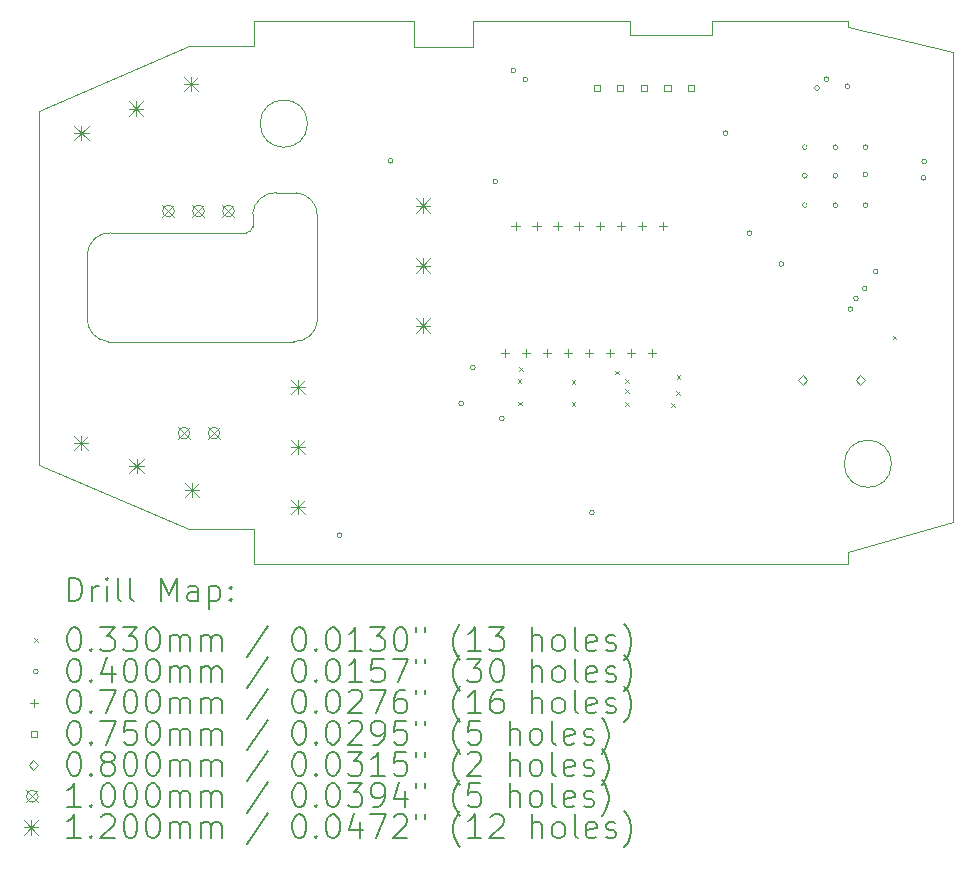
<source format=gbr>
%FSLAX45Y45*%
G04 Gerber Fmt 4.5, Leading zero omitted, Abs format (unit mm)*
G04 Created by KiCad (PCBNEW (5.99.0-8445-ge10025db64)) date 2022-07-11 22:43:38*
%MOMM*%
%LPD*%
G01*
G04 APERTURE LIST*
%TA.AperFunction,Profile*%
%ADD10C,0.100000*%
%TD*%
%ADD11C,0.200000*%
%ADD12C,0.033000*%
%ADD13C,0.040000*%
%ADD14C,0.070000*%
%ADD15C,0.075000*%
%ADD16C,0.080000*%
%ADD17C,0.100000*%
%ADD18C,0.120000*%
G04 APERTURE END LIST*
D10*
X5035618Y-13770000D02*
G75*
G03*
X4835000Y-13949752I-5434J-195765D01*
G01*
X8725000Y-12315000D02*
X9875000Y-12315000D01*
X6705000Y-12315000D02*
X8035000Y-12315000D01*
X4845000Y-12525000D02*
X4295000Y-12525000D01*
X4835000Y-14060000D02*
X4835000Y-13949752D01*
X9875000Y-16815000D02*
X10765000Y-16555000D01*
X5185495Y-15030000D02*
G75*
G03*
X5385000Y-14850000I8168J191509D01*
G01*
X3635000Y-14110000D02*
G75*
G03*
X3435000Y-14290000I-9528J-190525D01*
G01*
X4845000Y-12315000D02*
X6205000Y-12315000D01*
X8725000Y-12315000D02*
X8725000Y-12435000D01*
X4780000Y-14110000D02*
G75*
G03*
X4835000Y-14060000I1747J53328D01*
G01*
X4845000Y-16915000D02*
X4845000Y-16615000D01*
X4295000Y-12525000D02*
X3025000Y-13075000D01*
X9875000Y-12315000D02*
X9875000Y-12365000D01*
X8035000Y-12315000D02*
X8035000Y-12435000D01*
X9875000Y-16915000D02*
X9875000Y-16815000D01*
X3435000Y-14830495D02*
G75*
G03*
X3614451Y-15030000I190881J-8766D01*
G01*
X8035000Y-12435000D02*
X8725000Y-12435000D01*
X6205000Y-12535000D02*
X6705000Y-12535000D01*
X3635000Y-14110000D02*
X4780000Y-14110000D01*
X4845000Y-16615000D02*
X4295000Y-16615000D01*
X3435000Y-14830494D02*
X3435000Y-14290000D01*
X10765000Y-12575000D02*
X10765000Y-16555000D01*
X9875000Y-16915000D02*
X4845000Y-16915000D01*
X6705000Y-12315000D02*
X6705000Y-12535000D01*
X4295000Y-16615000D02*
X3025000Y-16075000D01*
X5385000Y-14850000D02*
X5385000Y-13970618D01*
X10245000Y-16065000D02*
G75*
G03*
X10245000Y-16065000I-200000J0D01*
G01*
X5385000Y-13970618D02*
G75*
G03*
X5205248Y-13770000I-196322J4935D01*
G01*
X3025000Y-16075000D02*
X3025000Y-13075000D01*
X5300000Y-13185000D02*
G75*
G03*
X5300000Y-13185000I-200000J0D01*
G01*
X6205000Y-12315000D02*
X6205000Y-12535000D01*
X4845000Y-12315000D02*
X4845000Y-12525000D01*
X9875000Y-12365000D02*
X10765000Y-12575000D01*
X5035619Y-13770000D02*
X5205248Y-13770000D01*
X5185494Y-15030000D02*
X3614451Y-15030000D01*
D11*
D12*
X7078900Y-15348500D02*
X7111900Y-15381500D01*
X7111900Y-15348500D02*
X7078900Y-15381500D01*
X7079500Y-15538500D02*
X7112500Y-15571500D01*
X7112500Y-15538500D02*
X7079500Y-15571500D01*
X7092500Y-15246500D02*
X7125500Y-15279500D01*
X7125500Y-15246500D02*
X7092500Y-15279500D01*
X7536100Y-15540500D02*
X7569100Y-15573500D01*
X7569100Y-15540500D02*
X7536100Y-15573500D01*
X7536500Y-15354500D02*
X7569500Y-15387500D01*
X7569500Y-15354500D02*
X7536500Y-15387500D01*
X7905500Y-15275500D02*
X7938500Y-15308500D01*
X7938500Y-15275500D02*
X7905500Y-15308500D01*
X7988500Y-15433500D02*
X8021500Y-15466500D01*
X8021500Y-15433500D02*
X7988500Y-15466500D01*
X7988500Y-15543500D02*
X8021500Y-15576500D01*
X8021500Y-15543500D02*
X7988500Y-15576500D01*
X7991500Y-15346500D02*
X8024500Y-15379500D01*
X8024500Y-15346500D02*
X7991500Y-15379500D01*
X8381500Y-15549500D02*
X8414500Y-15582500D01*
X8414500Y-15549500D02*
X8381500Y-15582500D01*
X8418500Y-15446500D02*
X8451500Y-15479500D01*
X8451500Y-15446500D02*
X8418500Y-15479500D01*
X8425500Y-15310500D02*
X8458500Y-15343500D01*
X8458500Y-15310500D02*
X8425500Y-15343500D01*
X10253900Y-14979500D02*
X10286900Y-15012500D01*
X10286900Y-14979500D02*
X10253900Y-15012500D01*
D13*
X5592000Y-16669000D02*
G75*
G03*
X5592000Y-16669000I-20000J0D01*
G01*
X6023000Y-13501000D02*
G75*
G03*
X6023000Y-13501000I-20000J0D01*
G01*
X6623000Y-15555000D02*
G75*
G03*
X6623000Y-15555000I-20000J0D01*
G01*
X6719000Y-15250000D02*
G75*
G03*
X6719000Y-15250000I-20000J0D01*
G01*
X6912200Y-13675200D02*
G75*
G03*
X6912200Y-13675200I-20000J0D01*
G01*
X6965000Y-15681000D02*
G75*
G03*
X6965000Y-15681000I-20000J0D01*
G01*
X7064600Y-12735400D02*
G75*
G03*
X7064600Y-12735400I-20000J0D01*
G01*
X7166200Y-12811600D02*
G75*
G03*
X7166200Y-12811600I-20000J0D01*
G01*
X7729000Y-16479000D02*
G75*
G03*
X7729000Y-16479000I-20000J0D01*
G01*
X8860000Y-13265000D02*
G75*
G03*
X8860000Y-13265000I-20000J0D01*
G01*
X9062000Y-14113000D02*
G75*
G03*
X9062000Y-14113000I-20000J0D01*
G01*
X9332000Y-14373500D02*
G75*
G03*
X9332000Y-14373500I-20000J0D01*
G01*
X9531000Y-13384000D02*
G75*
G03*
X9531000Y-13384000I-20000J0D01*
G01*
X9531000Y-13627000D02*
G75*
G03*
X9531000Y-13627000I-20000J0D01*
G01*
X9531000Y-13875000D02*
G75*
G03*
X9531000Y-13875000I-20000J0D01*
G01*
X9635000Y-12883000D02*
G75*
G03*
X9635000Y-12883000I-20000J0D01*
G01*
X9716000Y-12809000D02*
G75*
G03*
X9716000Y-12809000I-20000J0D01*
G01*
X9789000Y-13384000D02*
G75*
G03*
X9789000Y-13384000I-20000J0D01*
G01*
X9789000Y-13627000D02*
G75*
G03*
X9789000Y-13627000I-20000J0D01*
G01*
X9789000Y-13875000D02*
G75*
G03*
X9789000Y-13875000I-20000J0D01*
G01*
X9891000Y-12869000D02*
G75*
G03*
X9891000Y-12869000I-20000J0D01*
G01*
X9917000Y-14755000D02*
G75*
G03*
X9917000Y-14755000I-20000J0D01*
G01*
X9964000Y-14664000D02*
G75*
G03*
X9964000Y-14664000I-20000J0D01*
G01*
X10037000Y-14581000D02*
G75*
G03*
X10037000Y-14581000I-20000J0D01*
G01*
X10044000Y-13384000D02*
G75*
G03*
X10044000Y-13384000I-20000J0D01*
G01*
X10044000Y-13617000D02*
G75*
G03*
X10044000Y-13617000I-20000J0D01*
G01*
X10044000Y-13875000D02*
G75*
G03*
X10044000Y-13875000I-20000J0D01*
G01*
X10130000Y-14437000D02*
G75*
G03*
X10130000Y-14437000I-20000J0D01*
G01*
X10537000Y-13643500D02*
G75*
G03*
X10537000Y-13643500I-20000J0D01*
G01*
X10542000Y-13506000D02*
G75*
G03*
X10542000Y-13506000I-20000J0D01*
G01*
D14*
X6973000Y-15090000D02*
X6973000Y-15160000D01*
X6938000Y-15125000D02*
X7008000Y-15125000D01*
X7062000Y-14020000D02*
X7062000Y-14090000D01*
X7027000Y-14055000D02*
X7097000Y-14055000D01*
X7151000Y-15090000D02*
X7151000Y-15160000D01*
X7116000Y-15125000D02*
X7186000Y-15125000D01*
X7240000Y-14020000D02*
X7240000Y-14090000D01*
X7205000Y-14055000D02*
X7275000Y-14055000D01*
X7329000Y-15090000D02*
X7329000Y-15160000D01*
X7294000Y-15125000D02*
X7364000Y-15125000D01*
X7418000Y-14020000D02*
X7418000Y-14090000D01*
X7383000Y-14055000D02*
X7453000Y-14055000D01*
X7507000Y-15090000D02*
X7507000Y-15160000D01*
X7472000Y-15125000D02*
X7542000Y-15125000D01*
X7596000Y-14020000D02*
X7596000Y-14090000D01*
X7561000Y-14055000D02*
X7631000Y-14055000D01*
X7685000Y-15090000D02*
X7685000Y-15160000D01*
X7650000Y-15125000D02*
X7720000Y-15125000D01*
X7774000Y-14020000D02*
X7774000Y-14090000D01*
X7739000Y-14055000D02*
X7809000Y-14055000D01*
X7863000Y-15090000D02*
X7863000Y-15160000D01*
X7828000Y-15125000D02*
X7898000Y-15125000D01*
X7952000Y-14020000D02*
X7952000Y-14090000D01*
X7917000Y-14055000D02*
X7987000Y-14055000D01*
X8041000Y-15090000D02*
X8041000Y-15160000D01*
X8006000Y-15125000D02*
X8076000Y-15125000D01*
X8130000Y-14020000D02*
X8130000Y-14090000D01*
X8095000Y-14055000D02*
X8165000Y-14055000D01*
X8219000Y-15090000D02*
X8219000Y-15160000D01*
X8184000Y-15125000D02*
X8254000Y-15125000D01*
X8308000Y-14020000D02*
X8308000Y-14090000D01*
X8273000Y-14055000D02*
X8343000Y-14055000D01*
D15*
X7775517Y-12910517D02*
X7775517Y-12857483D01*
X7722483Y-12857483D01*
X7722483Y-12910517D01*
X7775517Y-12910517D01*
X7975517Y-12910517D02*
X7975517Y-12857483D01*
X7922483Y-12857483D01*
X7922483Y-12910517D01*
X7975517Y-12910517D01*
X8175517Y-12910517D02*
X8175517Y-12857483D01*
X8122483Y-12857483D01*
X8122483Y-12910517D01*
X8175517Y-12910517D01*
X8375517Y-12910517D02*
X8375517Y-12857483D01*
X8322483Y-12857483D01*
X8322483Y-12910517D01*
X8375517Y-12910517D01*
X8575517Y-12910517D02*
X8575517Y-12857483D01*
X8522483Y-12857483D01*
X8522483Y-12910517D01*
X8575517Y-12910517D01*
D16*
X9493158Y-15394491D02*
X9533158Y-15354491D01*
X9493158Y-15314491D01*
X9453158Y-15354491D01*
X9493158Y-15394491D01*
X9981158Y-15394491D02*
X10021158Y-15354491D01*
X9981158Y-15314491D01*
X9941158Y-15354491D01*
X9981158Y-15394491D01*
D17*
X4072500Y-13874500D02*
X4172500Y-13974500D01*
X4172500Y-13874500D02*
X4072500Y-13974500D01*
X4172500Y-13924500D02*
G75*
G03*
X4172500Y-13924500I-50000J0D01*
G01*
X4205000Y-15755000D02*
X4305000Y-15855000D01*
X4305000Y-15755000D02*
X4205000Y-15855000D01*
X4305000Y-15805000D02*
G75*
G03*
X4305000Y-15805000I-50000J0D01*
G01*
X4326500Y-13874500D02*
X4426500Y-13974500D01*
X4426500Y-13874500D02*
X4326500Y-13974500D01*
X4426500Y-13924500D02*
G75*
G03*
X4426500Y-13924500I-50000J0D01*
G01*
X4459000Y-15755000D02*
X4559000Y-15855000D01*
X4559000Y-15755000D02*
X4459000Y-15855000D01*
X4559000Y-15805000D02*
G75*
G03*
X4559000Y-15805000I-50000J0D01*
G01*
X4580500Y-13874500D02*
X4680500Y-13974500D01*
X4680500Y-13874500D02*
X4580500Y-13974500D01*
X4680500Y-13924500D02*
G75*
G03*
X4680500Y-13924500I-50000J0D01*
G01*
D18*
X3325383Y-15828009D02*
X3445383Y-15948009D01*
X3445383Y-15828009D02*
X3325383Y-15948009D01*
X3385383Y-15828009D02*
X3385383Y-15948009D01*
X3325383Y-15888009D02*
X3445383Y-15888009D01*
X3326919Y-13204122D02*
X3446919Y-13324122D01*
X3446919Y-13204122D02*
X3326919Y-13324122D01*
X3386919Y-13204122D02*
X3386919Y-13324122D01*
X3326919Y-13264122D02*
X3446919Y-13264122D01*
X3791000Y-12997500D02*
X3911000Y-13117500D01*
X3911000Y-12997500D02*
X3791000Y-13117500D01*
X3851000Y-12997500D02*
X3851000Y-13117500D01*
X3791000Y-13057500D02*
X3911000Y-13057500D01*
X3793000Y-16026500D02*
X3913000Y-16146500D01*
X3913000Y-16026500D02*
X3793000Y-16146500D01*
X3853000Y-16026500D02*
X3853000Y-16146500D01*
X3793000Y-16086500D02*
X3913000Y-16086500D01*
X4255081Y-12790878D02*
X4375081Y-12910878D01*
X4375081Y-12790878D02*
X4255081Y-12910878D01*
X4315081Y-12790878D02*
X4315081Y-12910878D01*
X4255081Y-12850878D02*
X4375081Y-12850878D01*
X4260617Y-16224991D02*
X4380617Y-16344991D01*
X4380617Y-16224991D02*
X4260617Y-16344991D01*
X4320617Y-16224991D02*
X4320617Y-16344991D01*
X4260617Y-16284991D02*
X4380617Y-16284991D01*
X5160000Y-15355000D02*
X5280000Y-15475000D01*
X5280000Y-15355000D02*
X5160000Y-15475000D01*
X5220000Y-15355000D02*
X5220000Y-15475000D01*
X5160000Y-15415000D02*
X5280000Y-15415000D01*
X5160000Y-15863000D02*
X5280000Y-15983000D01*
X5280000Y-15863000D02*
X5160000Y-15983000D01*
X5220000Y-15863000D02*
X5220000Y-15983000D01*
X5160000Y-15923000D02*
X5280000Y-15923000D01*
X5160000Y-16371000D02*
X5280000Y-16491000D01*
X5280000Y-16371000D02*
X5160000Y-16491000D01*
X5220000Y-16371000D02*
X5220000Y-16491000D01*
X5160000Y-16431000D02*
X5280000Y-16431000D01*
X6215000Y-13818500D02*
X6335000Y-13938500D01*
X6335000Y-13818500D02*
X6215000Y-13938500D01*
X6275000Y-13818500D02*
X6275000Y-13938500D01*
X6215000Y-13878500D02*
X6335000Y-13878500D01*
X6215000Y-14326500D02*
X6335000Y-14446500D01*
X6335000Y-14326500D02*
X6215000Y-14446500D01*
X6275000Y-14326500D02*
X6275000Y-14446500D01*
X6215000Y-14386500D02*
X6335000Y-14386500D01*
X6215000Y-14834500D02*
X6335000Y-14954500D01*
X6335000Y-14834500D02*
X6215000Y-14954500D01*
X6275000Y-14834500D02*
X6275000Y-14954500D01*
X6215000Y-14894500D02*
X6335000Y-14894500D01*
D11*
X3277619Y-17230476D02*
X3277619Y-17030476D01*
X3325238Y-17030476D01*
X3353809Y-17040000D01*
X3372857Y-17059048D01*
X3382381Y-17078095D01*
X3391905Y-17116190D01*
X3391905Y-17144762D01*
X3382381Y-17182857D01*
X3372857Y-17201905D01*
X3353809Y-17220952D01*
X3325238Y-17230476D01*
X3277619Y-17230476D01*
X3477619Y-17230476D02*
X3477619Y-17097143D01*
X3477619Y-17135238D02*
X3487143Y-17116190D01*
X3496667Y-17106667D01*
X3515714Y-17097143D01*
X3534762Y-17097143D01*
X3601428Y-17230476D02*
X3601428Y-17097143D01*
X3601428Y-17030476D02*
X3591905Y-17040000D01*
X3601428Y-17049524D01*
X3610952Y-17040000D01*
X3601428Y-17030476D01*
X3601428Y-17049524D01*
X3725238Y-17230476D02*
X3706190Y-17220952D01*
X3696667Y-17201905D01*
X3696667Y-17030476D01*
X3830000Y-17230476D02*
X3810952Y-17220952D01*
X3801428Y-17201905D01*
X3801428Y-17030476D01*
X4058571Y-17230476D02*
X4058571Y-17030476D01*
X4125238Y-17173333D01*
X4191905Y-17030476D01*
X4191905Y-17230476D01*
X4372857Y-17230476D02*
X4372857Y-17125714D01*
X4363333Y-17106667D01*
X4344286Y-17097143D01*
X4306190Y-17097143D01*
X4287143Y-17106667D01*
X4372857Y-17220952D02*
X4353810Y-17230476D01*
X4306190Y-17230476D01*
X4287143Y-17220952D01*
X4277619Y-17201905D01*
X4277619Y-17182857D01*
X4287143Y-17163810D01*
X4306190Y-17154286D01*
X4353810Y-17154286D01*
X4372857Y-17144762D01*
X4468095Y-17097143D02*
X4468095Y-17297143D01*
X4468095Y-17106667D02*
X4487143Y-17097143D01*
X4525238Y-17097143D01*
X4544286Y-17106667D01*
X4553810Y-17116190D01*
X4563333Y-17135238D01*
X4563333Y-17192381D01*
X4553810Y-17211429D01*
X4544286Y-17220952D01*
X4525238Y-17230476D01*
X4487143Y-17230476D01*
X4468095Y-17220952D01*
X4649048Y-17211429D02*
X4658571Y-17220952D01*
X4649048Y-17230476D01*
X4639524Y-17220952D01*
X4649048Y-17211429D01*
X4649048Y-17230476D01*
X4649048Y-17106667D02*
X4658571Y-17116190D01*
X4649048Y-17125714D01*
X4639524Y-17116190D01*
X4649048Y-17106667D01*
X4649048Y-17125714D01*
D12*
X2987000Y-17543500D02*
X3020000Y-17576500D01*
X3020000Y-17543500D02*
X2987000Y-17576500D01*
D11*
X3315714Y-17450476D02*
X3334762Y-17450476D01*
X3353809Y-17460000D01*
X3363333Y-17469524D01*
X3372857Y-17488571D01*
X3382381Y-17526667D01*
X3382381Y-17574286D01*
X3372857Y-17612381D01*
X3363333Y-17631429D01*
X3353809Y-17640952D01*
X3334762Y-17650476D01*
X3315714Y-17650476D01*
X3296667Y-17640952D01*
X3287143Y-17631429D01*
X3277619Y-17612381D01*
X3268095Y-17574286D01*
X3268095Y-17526667D01*
X3277619Y-17488571D01*
X3287143Y-17469524D01*
X3296667Y-17460000D01*
X3315714Y-17450476D01*
X3468095Y-17631429D02*
X3477619Y-17640952D01*
X3468095Y-17650476D01*
X3458571Y-17640952D01*
X3468095Y-17631429D01*
X3468095Y-17650476D01*
X3544286Y-17450476D02*
X3668095Y-17450476D01*
X3601428Y-17526667D01*
X3630000Y-17526667D01*
X3649048Y-17536190D01*
X3658571Y-17545714D01*
X3668095Y-17564762D01*
X3668095Y-17612381D01*
X3658571Y-17631429D01*
X3649048Y-17640952D01*
X3630000Y-17650476D01*
X3572857Y-17650476D01*
X3553809Y-17640952D01*
X3544286Y-17631429D01*
X3734762Y-17450476D02*
X3858571Y-17450476D01*
X3791905Y-17526667D01*
X3820476Y-17526667D01*
X3839524Y-17536190D01*
X3849048Y-17545714D01*
X3858571Y-17564762D01*
X3858571Y-17612381D01*
X3849048Y-17631429D01*
X3839524Y-17640952D01*
X3820476Y-17650476D01*
X3763333Y-17650476D01*
X3744286Y-17640952D01*
X3734762Y-17631429D01*
X3982381Y-17450476D02*
X4001428Y-17450476D01*
X4020476Y-17460000D01*
X4030000Y-17469524D01*
X4039524Y-17488571D01*
X4049048Y-17526667D01*
X4049048Y-17574286D01*
X4039524Y-17612381D01*
X4030000Y-17631429D01*
X4020476Y-17640952D01*
X4001428Y-17650476D01*
X3982381Y-17650476D01*
X3963333Y-17640952D01*
X3953809Y-17631429D01*
X3944286Y-17612381D01*
X3934762Y-17574286D01*
X3934762Y-17526667D01*
X3944286Y-17488571D01*
X3953809Y-17469524D01*
X3963333Y-17460000D01*
X3982381Y-17450476D01*
X4134762Y-17650476D02*
X4134762Y-17517143D01*
X4134762Y-17536190D02*
X4144286Y-17526667D01*
X4163333Y-17517143D01*
X4191905Y-17517143D01*
X4210952Y-17526667D01*
X4220476Y-17545714D01*
X4220476Y-17650476D01*
X4220476Y-17545714D02*
X4230000Y-17526667D01*
X4249048Y-17517143D01*
X4277619Y-17517143D01*
X4296667Y-17526667D01*
X4306190Y-17545714D01*
X4306190Y-17650476D01*
X4401429Y-17650476D02*
X4401429Y-17517143D01*
X4401429Y-17536190D02*
X4410952Y-17526667D01*
X4430000Y-17517143D01*
X4458571Y-17517143D01*
X4477619Y-17526667D01*
X4487143Y-17545714D01*
X4487143Y-17650476D01*
X4487143Y-17545714D02*
X4496667Y-17526667D01*
X4515714Y-17517143D01*
X4544286Y-17517143D01*
X4563333Y-17526667D01*
X4572857Y-17545714D01*
X4572857Y-17650476D01*
X4963333Y-17440952D02*
X4791905Y-17698095D01*
X5220476Y-17450476D02*
X5239524Y-17450476D01*
X5258571Y-17460000D01*
X5268095Y-17469524D01*
X5277619Y-17488571D01*
X5287143Y-17526667D01*
X5287143Y-17574286D01*
X5277619Y-17612381D01*
X5268095Y-17631429D01*
X5258571Y-17640952D01*
X5239524Y-17650476D01*
X5220476Y-17650476D01*
X5201429Y-17640952D01*
X5191905Y-17631429D01*
X5182381Y-17612381D01*
X5172857Y-17574286D01*
X5172857Y-17526667D01*
X5182381Y-17488571D01*
X5191905Y-17469524D01*
X5201429Y-17460000D01*
X5220476Y-17450476D01*
X5372857Y-17631429D02*
X5382381Y-17640952D01*
X5372857Y-17650476D01*
X5363333Y-17640952D01*
X5372857Y-17631429D01*
X5372857Y-17650476D01*
X5506190Y-17450476D02*
X5525238Y-17450476D01*
X5544286Y-17460000D01*
X5553810Y-17469524D01*
X5563333Y-17488571D01*
X5572857Y-17526667D01*
X5572857Y-17574286D01*
X5563333Y-17612381D01*
X5553810Y-17631429D01*
X5544286Y-17640952D01*
X5525238Y-17650476D01*
X5506190Y-17650476D01*
X5487143Y-17640952D01*
X5477619Y-17631429D01*
X5468095Y-17612381D01*
X5458571Y-17574286D01*
X5458571Y-17526667D01*
X5468095Y-17488571D01*
X5477619Y-17469524D01*
X5487143Y-17460000D01*
X5506190Y-17450476D01*
X5763333Y-17650476D02*
X5649048Y-17650476D01*
X5706190Y-17650476D02*
X5706190Y-17450476D01*
X5687143Y-17479048D01*
X5668095Y-17498095D01*
X5649048Y-17507619D01*
X5830000Y-17450476D02*
X5953809Y-17450476D01*
X5887143Y-17526667D01*
X5915714Y-17526667D01*
X5934762Y-17536190D01*
X5944286Y-17545714D01*
X5953809Y-17564762D01*
X5953809Y-17612381D01*
X5944286Y-17631429D01*
X5934762Y-17640952D01*
X5915714Y-17650476D01*
X5858571Y-17650476D01*
X5839524Y-17640952D01*
X5830000Y-17631429D01*
X6077619Y-17450476D02*
X6096667Y-17450476D01*
X6115714Y-17460000D01*
X6125238Y-17469524D01*
X6134762Y-17488571D01*
X6144286Y-17526667D01*
X6144286Y-17574286D01*
X6134762Y-17612381D01*
X6125238Y-17631429D01*
X6115714Y-17640952D01*
X6096667Y-17650476D01*
X6077619Y-17650476D01*
X6058571Y-17640952D01*
X6049048Y-17631429D01*
X6039524Y-17612381D01*
X6030000Y-17574286D01*
X6030000Y-17526667D01*
X6039524Y-17488571D01*
X6049048Y-17469524D01*
X6058571Y-17460000D01*
X6077619Y-17450476D01*
X6220476Y-17450476D02*
X6220476Y-17488571D01*
X6296667Y-17450476D02*
X6296667Y-17488571D01*
X6591905Y-17726667D02*
X6582381Y-17717143D01*
X6563333Y-17688571D01*
X6553809Y-17669524D01*
X6544286Y-17640952D01*
X6534762Y-17593333D01*
X6534762Y-17555238D01*
X6544286Y-17507619D01*
X6553809Y-17479048D01*
X6563333Y-17460000D01*
X6582381Y-17431429D01*
X6591905Y-17421905D01*
X6772857Y-17650476D02*
X6658571Y-17650476D01*
X6715714Y-17650476D02*
X6715714Y-17450476D01*
X6696667Y-17479048D01*
X6677619Y-17498095D01*
X6658571Y-17507619D01*
X6839524Y-17450476D02*
X6963333Y-17450476D01*
X6896667Y-17526667D01*
X6925238Y-17526667D01*
X6944286Y-17536190D01*
X6953809Y-17545714D01*
X6963333Y-17564762D01*
X6963333Y-17612381D01*
X6953809Y-17631429D01*
X6944286Y-17640952D01*
X6925238Y-17650476D01*
X6868095Y-17650476D01*
X6849048Y-17640952D01*
X6839524Y-17631429D01*
X7201428Y-17650476D02*
X7201428Y-17450476D01*
X7287143Y-17650476D02*
X7287143Y-17545714D01*
X7277619Y-17526667D01*
X7258571Y-17517143D01*
X7230000Y-17517143D01*
X7210952Y-17526667D01*
X7201428Y-17536190D01*
X7410952Y-17650476D02*
X7391905Y-17640952D01*
X7382381Y-17631429D01*
X7372857Y-17612381D01*
X7372857Y-17555238D01*
X7382381Y-17536190D01*
X7391905Y-17526667D01*
X7410952Y-17517143D01*
X7439524Y-17517143D01*
X7458571Y-17526667D01*
X7468095Y-17536190D01*
X7477619Y-17555238D01*
X7477619Y-17612381D01*
X7468095Y-17631429D01*
X7458571Y-17640952D01*
X7439524Y-17650476D01*
X7410952Y-17650476D01*
X7591905Y-17650476D02*
X7572857Y-17640952D01*
X7563333Y-17621905D01*
X7563333Y-17450476D01*
X7744286Y-17640952D02*
X7725238Y-17650476D01*
X7687143Y-17650476D01*
X7668095Y-17640952D01*
X7658571Y-17621905D01*
X7658571Y-17545714D01*
X7668095Y-17526667D01*
X7687143Y-17517143D01*
X7725238Y-17517143D01*
X7744286Y-17526667D01*
X7753809Y-17545714D01*
X7753809Y-17564762D01*
X7658571Y-17583810D01*
X7830000Y-17640952D02*
X7849048Y-17650476D01*
X7887143Y-17650476D01*
X7906190Y-17640952D01*
X7915714Y-17621905D01*
X7915714Y-17612381D01*
X7906190Y-17593333D01*
X7887143Y-17583810D01*
X7858571Y-17583810D01*
X7839524Y-17574286D01*
X7830000Y-17555238D01*
X7830000Y-17545714D01*
X7839524Y-17526667D01*
X7858571Y-17517143D01*
X7887143Y-17517143D01*
X7906190Y-17526667D01*
X7982381Y-17726667D02*
X7991905Y-17717143D01*
X8010952Y-17688571D01*
X8020476Y-17669524D01*
X8030000Y-17640952D01*
X8039524Y-17593333D01*
X8039524Y-17555238D01*
X8030000Y-17507619D01*
X8020476Y-17479048D01*
X8010952Y-17460000D01*
X7991905Y-17431429D01*
X7982381Y-17421905D01*
D13*
X3020000Y-17824000D02*
G75*
G03*
X3020000Y-17824000I-20000J0D01*
G01*
D11*
X3315714Y-17714476D02*
X3334762Y-17714476D01*
X3353809Y-17724000D01*
X3363333Y-17733524D01*
X3372857Y-17752571D01*
X3382381Y-17790667D01*
X3382381Y-17838286D01*
X3372857Y-17876381D01*
X3363333Y-17895429D01*
X3353809Y-17904952D01*
X3334762Y-17914476D01*
X3315714Y-17914476D01*
X3296667Y-17904952D01*
X3287143Y-17895429D01*
X3277619Y-17876381D01*
X3268095Y-17838286D01*
X3268095Y-17790667D01*
X3277619Y-17752571D01*
X3287143Y-17733524D01*
X3296667Y-17724000D01*
X3315714Y-17714476D01*
X3468095Y-17895429D02*
X3477619Y-17904952D01*
X3468095Y-17914476D01*
X3458571Y-17904952D01*
X3468095Y-17895429D01*
X3468095Y-17914476D01*
X3649048Y-17781143D02*
X3649048Y-17914476D01*
X3601428Y-17704952D02*
X3553809Y-17847810D01*
X3677619Y-17847810D01*
X3791905Y-17714476D02*
X3810952Y-17714476D01*
X3830000Y-17724000D01*
X3839524Y-17733524D01*
X3849048Y-17752571D01*
X3858571Y-17790667D01*
X3858571Y-17838286D01*
X3849048Y-17876381D01*
X3839524Y-17895429D01*
X3830000Y-17904952D01*
X3810952Y-17914476D01*
X3791905Y-17914476D01*
X3772857Y-17904952D01*
X3763333Y-17895429D01*
X3753809Y-17876381D01*
X3744286Y-17838286D01*
X3744286Y-17790667D01*
X3753809Y-17752571D01*
X3763333Y-17733524D01*
X3772857Y-17724000D01*
X3791905Y-17714476D01*
X3982381Y-17714476D02*
X4001428Y-17714476D01*
X4020476Y-17724000D01*
X4030000Y-17733524D01*
X4039524Y-17752571D01*
X4049048Y-17790667D01*
X4049048Y-17838286D01*
X4039524Y-17876381D01*
X4030000Y-17895429D01*
X4020476Y-17904952D01*
X4001428Y-17914476D01*
X3982381Y-17914476D01*
X3963333Y-17904952D01*
X3953809Y-17895429D01*
X3944286Y-17876381D01*
X3934762Y-17838286D01*
X3934762Y-17790667D01*
X3944286Y-17752571D01*
X3953809Y-17733524D01*
X3963333Y-17724000D01*
X3982381Y-17714476D01*
X4134762Y-17914476D02*
X4134762Y-17781143D01*
X4134762Y-17800190D02*
X4144286Y-17790667D01*
X4163333Y-17781143D01*
X4191905Y-17781143D01*
X4210952Y-17790667D01*
X4220476Y-17809714D01*
X4220476Y-17914476D01*
X4220476Y-17809714D02*
X4230000Y-17790667D01*
X4249048Y-17781143D01*
X4277619Y-17781143D01*
X4296667Y-17790667D01*
X4306190Y-17809714D01*
X4306190Y-17914476D01*
X4401429Y-17914476D02*
X4401429Y-17781143D01*
X4401429Y-17800190D02*
X4410952Y-17790667D01*
X4430000Y-17781143D01*
X4458571Y-17781143D01*
X4477619Y-17790667D01*
X4487143Y-17809714D01*
X4487143Y-17914476D01*
X4487143Y-17809714D02*
X4496667Y-17790667D01*
X4515714Y-17781143D01*
X4544286Y-17781143D01*
X4563333Y-17790667D01*
X4572857Y-17809714D01*
X4572857Y-17914476D01*
X4963333Y-17704952D02*
X4791905Y-17962095D01*
X5220476Y-17714476D02*
X5239524Y-17714476D01*
X5258571Y-17724000D01*
X5268095Y-17733524D01*
X5277619Y-17752571D01*
X5287143Y-17790667D01*
X5287143Y-17838286D01*
X5277619Y-17876381D01*
X5268095Y-17895429D01*
X5258571Y-17904952D01*
X5239524Y-17914476D01*
X5220476Y-17914476D01*
X5201429Y-17904952D01*
X5191905Y-17895429D01*
X5182381Y-17876381D01*
X5172857Y-17838286D01*
X5172857Y-17790667D01*
X5182381Y-17752571D01*
X5191905Y-17733524D01*
X5201429Y-17724000D01*
X5220476Y-17714476D01*
X5372857Y-17895429D02*
X5382381Y-17904952D01*
X5372857Y-17914476D01*
X5363333Y-17904952D01*
X5372857Y-17895429D01*
X5372857Y-17914476D01*
X5506190Y-17714476D02*
X5525238Y-17714476D01*
X5544286Y-17724000D01*
X5553810Y-17733524D01*
X5563333Y-17752571D01*
X5572857Y-17790667D01*
X5572857Y-17838286D01*
X5563333Y-17876381D01*
X5553810Y-17895429D01*
X5544286Y-17904952D01*
X5525238Y-17914476D01*
X5506190Y-17914476D01*
X5487143Y-17904952D01*
X5477619Y-17895429D01*
X5468095Y-17876381D01*
X5458571Y-17838286D01*
X5458571Y-17790667D01*
X5468095Y-17752571D01*
X5477619Y-17733524D01*
X5487143Y-17724000D01*
X5506190Y-17714476D01*
X5763333Y-17914476D02*
X5649048Y-17914476D01*
X5706190Y-17914476D02*
X5706190Y-17714476D01*
X5687143Y-17743048D01*
X5668095Y-17762095D01*
X5649048Y-17771619D01*
X5944286Y-17714476D02*
X5849048Y-17714476D01*
X5839524Y-17809714D01*
X5849048Y-17800190D01*
X5868095Y-17790667D01*
X5915714Y-17790667D01*
X5934762Y-17800190D01*
X5944286Y-17809714D01*
X5953809Y-17828762D01*
X5953809Y-17876381D01*
X5944286Y-17895429D01*
X5934762Y-17904952D01*
X5915714Y-17914476D01*
X5868095Y-17914476D01*
X5849048Y-17904952D01*
X5839524Y-17895429D01*
X6020476Y-17714476D02*
X6153809Y-17714476D01*
X6068095Y-17914476D01*
X6220476Y-17714476D02*
X6220476Y-17752571D01*
X6296667Y-17714476D02*
X6296667Y-17752571D01*
X6591905Y-17990667D02*
X6582381Y-17981143D01*
X6563333Y-17952571D01*
X6553809Y-17933524D01*
X6544286Y-17904952D01*
X6534762Y-17857333D01*
X6534762Y-17819238D01*
X6544286Y-17771619D01*
X6553809Y-17743048D01*
X6563333Y-17724000D01*
X6582381Y-17695429D01*
X6591905Y-17685905D01*
X6649048Y-17714476D02*
X6772857Y-17714476D01*
X6706190Y-17790667D01*
X6734762Y-17790667D01*
X6753809Y-17800190D01*
X6763333Y-17809714D01*
X6772857Y-17828762D01*
X6772857Y-17876381D01*
X6763333Y-17895429D01*
X6753809Y-17904952D01*
X6734762Y-17914476D01*
X6677619Y-17914476D01*
X6658571Y-17904952D01*
X6649048Y-17895429D01*
X6896667Y-17714476D02*
X6915714Y-17714476D01*
X6934762Y-17724000D01*
X6944286Y-17733524D01*
X6953809Y-17752571D01*
X6963333Y-17790667D01*
X6963333Y-17838286D01*
X6953809Y-17876381D01*
X6944286Y-17895429D01*
X6934762Y-17904952D01*
X6915714Y-17914476D01*
X6896667Y-17914476D01*
X6877619Y-17904952D01*
X6868095Y-17895429D01*
X6858571Y-17876381D01*
X6849048Y-17838286D01*
X6849048Y-17790667D01*
X6858571Y-17752571D01*
X6868095Y-17733524D01*
X6877619Y-17724000D01*
X6896667Y-17714476D01*
X7201428Y-17914476D02*
X7201428Y-17714476D01*
X7287143Y-17914476D02*
X7287143Y-17809714D01*
X7277619Y-17790667D01*
X7258571Y-17781143D01*
X7230000Y-17781143D01*
X7210952Y-17790667D01*
X7201428Y-17800190D01*
X7410952Y-17914476D02*
X7391905Y-17904952D01*
X7382381Y-17895429D01*
X7372857Y-17876381D01*
X7372857Y-17819238D01*
X7382381Y-17800190D01*
X7391905Y-17790667D01*
X7410952Y-17781143D01*
X7439524Y-17781143D01*
X7458571Y-17790667D01*
X7468095Y-17800190D01*
X7477619Y-17819238D01*
X7477619Y-17876381D01*
X7468095Y-17895429D01*
X7458571Y-17904952D01*
X7439524Y-17914476D01*
X7410952Y-17914476D01*
X7591905Y-17914476D02*
X7572857Y-17904952D01*
X7563333Y-17885905D01*
X7563333Y-17714476D01*
X7744286Y-17904952D02*
X7725238Y-17914476D01*
X7687143Y-17914476D01*
X7668095Y-17904952D01*
X7658571Y-17885905D01*
X7658571Y-17809714D01*
X7668095Y-17790667D01*
X7687143Y-17781143D01*
X7725238Y-17781143D01*
X7744286Y-17790667D01*
X7753809Y-17809714D01*
X7753809Y-17828762D01*
X7658571Y-17847810D01*
X7830000Y-17904952D02*
X7849048Y-17914476D01*
X7887143Y-17914476D01*
X7906190Y-17904952D01*
X7915714Y-17885905D01*
X7915714Y-17876381D01*
X7906190Y-17857333D01*
X7887143Y-17847810D01*
X7858571Y-17847810D01*
X7839524Y-17838286D01*
X7830000Y-17819238D01*
X7830000Y-17809714D01*
X7839524Y-17790667D01*
X7858571Y-17781143D01*
X7887143Y-17781143D01*
X7906190Y-17790667D01*
X7982381Y-17990667D02*
X7991905Y-17981143D01*
X8010952Y-17952571D01*
X8020476Y-17933524D01*
X8030000Y-17904952D01*
X8039524Y-17857333D01*
X8039524Y-17819238D01*
X8030000Y-17771619D01*
X8020476Y-17743048D01*
X8010952Y-17724000D01*
X7991905Y-17695429D01*
X7982381Y-17685905D01*
D14*
X2985000Y-18053000D02*
X2985000Y-18123000D01*
X2950000Y-18088000D02*
X3020000Y-18088000D01*
D11*
X3315714Y-17978476D02*
X3334762Y-17978476D01*
X3353809Y-17988000D01*
X3363333Y-17997524D01*
X3372857Y-18016571D01*
X3382381Y-18054667D01*
X3382381Y-18102286D01*
X3372857Y-18140381D01*
X3363333Y-18159429D01*
X3353809Y-18168952D01*
X3334762Y-18178476D01*
X3315714Y-18178476D01*
X3296667Y-18168952D01*
X3287143Y-18159429D01*
X3277619Y-18140381D01*
X3268095Y-18102286D01*
X3268095Y-18054667D01*
X3277619Y-18016571D01*
X3287143Y-17997524D01*
X3296667Y-17988000D01*
X3315714Y-17978476D01*
X3468095Y-18159429D02*
X3477619Y-18168952D01*
X3468095Y-18178476D01*
X3458571Y-18168952D01*
X3468095Y-18159429D01*
X3468095Y-18178476D01*
X3544286Y-17978476D02*
X3677619Y-17978476D01*
X3591905Y-18178476D01*
X3791905Y-17978476D02*
X3810952Y-17978476D01*
X3830000Y-17988000D01*
X3839524Y-17997524D01*
X3849048Y-18016571D01*
X3858571Y-18054667D01*
X3858571Y-18102286D01*
X3849048Y-18140381D01*
X3839524Y-18159429D01*
X3830000Y-18168952D01*
X3810952Y-18178476D01*
X3791905Y-18178476D01*
X3772857Y-18168952D01*
X3763333Y-18159429D01*
X3753809Y-18140381D01*
X3744286Y-18102286D01*
X3744286Y-18054667D01*
X3753809Y-18016571D01*
X3763333Y-17997524D01*
X3772857Y-17988000D01*
X3791905Y-17978476D01*
X3982381Y-17978476D02*
X4001428Y-17978476D01*
X4020476Y-17988000D01*
X4030000Y-17997524D01*
X4039524Y-18016571D01*
X4049048Y-18054667D01*
X4049048Y-18102286D01*
X4039524Y-18140381D01*
X4030000Y-18159429D01*
X4020476Y-18168952D01*
X4001428Y-18178476D01*
X3982381Y-18178476D01*
X3963333Y-18168952D01*
X3953809Y-18159429D01*
X3944286Y-18140381D01*
X3934762Y-18102286D01*
X3934762Y-18054667D01*
X3944286Y-18016571D01*
X3953809Y-17997524D01*
X3963333Y-17988000D01*
X3982381Y-17978476D01*
X4134762Y-18178476D02*
X4134762Y-18045143D01*
X4134762Y-18064190D02*
X4144286Y-18054667D01*
X4163333Y-18045143D01*
X4191905Y-18045143D01*
X4210952Y-18054667D01*
X4220476Y-18073714D01*
X4220476Y-18178476D01*
X4220476Y-18073714D02*
X4230000Y-18054667D01*
X4249048Y-18045143D01*
X4277619Y-18045143D01*
X4296667Y-18054667D01*
X4306190Y-18073714D01*
X4306190Y-18178476D01*
X4401429Y-18178476D02*
X4401429Y-18045143D01*
X4401429Y-18064190D02*
X4410952Y-18054667D01*
X4430000Y-18045143D01*
X4458571Y-18045143D01*
X4477619Y-18054667D01*
X4487143Y-18073714D01*
X4487143Y-18178476D01*
X4487143Y-18073714D02*
X4496667Y-18054667D01*
X4515714Y-18045143D01*
X4544286Y-18045143D01*
X4563333Y-18054667D01*
X4572857Y-18073714D01*
X4572857Y-18178476D01*
X4963333Y-17968952D02*
X4791905Y-18226095D01*
X5220476Y-17978476D02*
X5239524Y-17978476D01*
X5258571Y-17988000D01*
X5268095Y-17997524D01*
X5277619Y-18016571D01*
X5287143Y-18054667D01*
X5287143Y-18102286D01*
X5277619Y-18140381D01*
X5268095Y-18159429D01*
X5258571Y-18168952D01*
X5239524Y-18178476D01*
X5220476Y-18178476D01*
X5201429Y-18168952D01*
X5191905Y-18159429D01*
X5182381Y-18140381D01*
X5172857Y-18102286D01*
X5172857Y-18054667D01*
X5182381Y-18016571D01*
X5191905Y-17997524D01*
X5201429Y-17988000D01*
X5220476Y-17978476D01*
X5372857Y-18159429D02*
X5382381Y-18168952D01*
X5372857Y-18178476D01*
X5363333Y-18168952D01*
X5372857Y-18159429D01*
X5372857Y-18178476D01*
X5506190Y-17978476D02*
X5525238Y-17978476D01*
X5544286Y-17988000D01*
X5553810Y-17997524D01*
X5563333Y-18016571D01*
X5572857Y-18054667D01*
X5572857Y-18102286D01*
X5563333Y-18140381D01*
X5553810Y-18159429D01*
X5544286Y-18168952D01*
X5525238Y-18178476D01*
X5506190Y-18178476D01*
X5487143Y-18168952D01*
X5477619Y-18159429D01*
X5468095Y-18140381D01*
X5458571Y-18102286D01*
X5458571Y-18054667D01*
X5468095Y-18016571D01*
X5477619Y-17997524D01*
X5487143Y-17988000D01*
X5506190Y-17978476D01*
X5649048Y-17997524D02*
X5658571Y-17988000D01*
X5677619Y-17978476D01*
X5725238Y-17978476D01*
X5744286Y-17988000D01*
X5753809Y-17997524D01*
X5763333Y-18016571D01*
X5763333Y-18035619D01*
X5753809Y-18064190D01*
X5639524Y-18178476D01*
X5763333Y-18178476D01*
X5830000Y-17978476D02*
X5963333Y-17978476D01*
X5877619Y-18178476D01*
X6125238Y-17978476D02*
X6087143Y-17978476D01*
X6068095Y-17988000D01*
X6058571Y-17997524D01*
X6039524Y-18026095D01*
X6030000Y-18064190D01*
X6030000Y-18140381D01*
X6039524Y-18159429D01*
X6049048Y-18168952D01*
X6068095Y-18178476D01*
X6106190Y-18178476D01*
X6125238Y-18168952D01*
X6134762Y-18159429D01*
X6144286Y-18140381D01*
X6144286Y-18092762D01*
X6134762Y-18073714D01*
X6125238Y-18064190D01*
X6106190Y-18054667D01*
X6068095Y-18054667D01*
X6049048Y-18064190D01*
X6039524Y-18073714D01*
X6030000Y-18092762D01*
X6220476Y-17978476D02*
X6220476Y-18016571D01*
X6296667Y-17978476D02*
X6296667Y-18016571D01*
X6591905Y-18254667D02*
X6582381Y-18245143D01*
X6563333Y-18216571D01*
X6553809Y-18197524D01*
X6544286Y-18168952D01*
X6534762Y-18121333D01*
X6534762Y-18083238D01*
X6544286Y-18035619D01*
X6553809Y-18007048D01*
X6563333Y-17988000D01*
X6582381Y-17959429D01*
X6591905Y-17949905D01*
X6772857Y-18178476D02*
X6658571Y-18178476D01*
X6715714Y-18178476D02*
X6715714Y-17978476D01*
X6696667Y-18007048D01*
X6677619Y-18026095D01*
X6658571Y-18035619D01*
X6944286Y-17978476D02*
X6906190Y-17978476D01*
X6887143Y-17988000D01*
X6877619Y-17997524D01*
X6858571Y-18026095D01*
X6849048Y-18064190D01*
X6849048Y-18140381D01*
X6858571Y-18159429D01*
X6868095Y-18168952D01*
X6887143Y-18178476D01*
X6925238Y-18178476D01*
X6944286Y-18168952D01*
X6953809Y-18159429D01*
X6963333Y-18140381D01*
X6963333Y-18092762D01*
X6953809Y-18073714D01*
X6944286Y-18064190D01*
X6925238Y-18054667D01*
X6887143Y-18054667D01*
X6868095Y-18064190D01*
X6858571Y-18073714D01*
X6849048Y-18092762D01*
X7201428Y-18178476D02*
X7201428Y-17978476D01*
X7287143Y-18178476D02*
X7287143Y-18073714D01*
X7277619Y-18054667D01*
X7258571Y-18045143D01*
X7230000Y-18045143D01*
X7210952Y-18054667D01*
X7201428Y-18064190D01*
X7410952Y-18178476D02*
X7391905Y-18168952D01*
X7382381Y-18159429D01*
X7372857Y-18140381D01*
X7372857Y-18083238D01*
X7382381Y-18064190D01*
X7391905Y-18054667D01*
X7410952Y-18045143D01*
X7439524Y-18045143D01*
X7458571Y-18054667D01*
X7468095Y-18064190D01*
X7477619Y-18083238D01*
X7477619Y-18140381D01*
X7468095Y-18159429D01*
X7458571Y-18168952D01*
X7439524Y-18178476D01*
X7410952Y-18178476D01*
X7591905Y-18178476D02*
X7572857Y-18168952D01*
X7563333Y-18149905D01*
X7563333Y-17978476D01*
X7744286Y-18168952D02*
X7725238Y-18178476D01*
X7687143Y-18178476D01*
X7668095Y-18168952D01*
X7658571Y-18149905D01*
X7658571Y-18073714D01*
X7668095Y-18054667D01*
X7687143Y-18045143D01*
X7725238Y-18045143D01*
X7744286Y-18054667D01*
X7753809Y-18073714D01*
X7753809Y-18092762D01*
X7658571Y-18111810D01*
X7830000Y-18168952D02*
X7849048Y-18178476D01*
X7887143Y-18178476D01*
X7906190Y-18168952D01*
X7915714Y-18149905D01*
X7915714Y-18140381D01*
X7906190Y-18121333D01*
X7887143Y-18111810D01*
X7858571Y-18111810D01*
X7839524Y-18102286D01*
X7830000Y-18083238D01*
X7830000Y-18073714D01*
X7839524Y-18054667D01*
X7858571Y-18045143D01*
X7887143Y-18045143D01*
X7906190Y-18054667D01*
X7982381Y-18254667D02*
X7991905Y-18245143D01*
X8010952Y-18216571D01*
X8020476Y-18197524D01*
X8030000Y-18168952D01*
X8039524Y-18121333D01*
X8039524Y-18083238D01*
X8030000Y-18035619D01*
X8020476Y-18007048D01*
X8010952Y-17988000D01*
X7991905Y-17959429D01*
X7982381Y-17949905D01*
D15*
X3009017Y-18378517D02*
X3009017Y-18325483D01*
X2955983Y-18325483D01*
X2955983Y-18378517D01*
X3009017Y-18378517D01*
D11*
X3315714Y-18242476D02*
X3334762Y-18242476D01*
X3353809Y-18252000D01*
X3363333Y-18261524D01*
X3372857Y-18280571D01*
X3382381Y-18318667D01*
X3382381Y-18366286D01*
X3372857Y-18404381D01*
X3363333Y-18423429D01*
X3353809Y-18432952D01*
X3334762Y-18442476D01*
X3315714Y-18442476D01*
X3296667Y-18432952D01*
X3287143Y-18423429D01*
X3277619Y-18404381D01*
X3268095Y-18366286D01*
X3268095Y-18318667D01*
X3277619Y-18280571D01*
X3287143Y-18261524D01*
X3296667Y-18252000D01*
X3315714Y-18242476D01*
X3468095Y-18423429D02*
X3477619Y-18432952D01*
X3468095Y-18442476D01*
X3458571Y-18432952D01*
X3468095Y-18423429D01*
X3468095Y-18442476D01*
X3544286Y-18242476D02*
X3677619Y-18242476D01*
X3591905Y-18442476D01*
X3849048Y-18242476D02*
X3753809Y-18242476D01*
X3744286Y-18337714D01*
X3753809Y-18328190D01*
X3772857Y-18318667D01*
X3820476Y-18318667D01*
X3839524Y-18328190D01*
X3849048Y-18337714D01*
X3858571Y-18356762D01*
X3858571Y-18404381D01*
X3849048Y-18423429D01*
X3839524Y-18432952D01*
X3820476Y-18442476D01*
X3772857Y-18442476D01*
X3753809Y-18432952D01*
X3744286Y-18423429D01*
X3982381Y-18242476D02*
X4001428Y-18242476D01*
X4020476Y-18252000D01*
X4030000Y-18261524D01*
X4039524Y-18280571D01*
X4049048Y-18318667D01*
X4049048Y-18366286D01*
X4039524Y-18404381D01*
X4030000Y-18423429D01*
X4020476Y-18432952D01*
X4001428Y-18442476D01*
X3982381Y-18442476D01*
X3963333Y-18432952D01*
X3953809Y-18423429D01*
X3944286Y-18404381D01*
X3934762Y-18366286D01*
X3934762Y-18318667D01*
X3944286Y-18280571D01*
X3953809Y-18261524D01*
X3963333Y-18252000D01*
X3982381Y-18242476D01*
X4134762Y-18442476D02*
X4134762Y-18309143D01*
X4134762Y-18328190D02*
X4144286Y-18318667D01*
X4163333Y-18309143D01*
X4191905Y-18309143D01*
X4210952Y-18318667D01*
X4220476Y-18337714D01*
X4220476Y-18442476D01*
X4220476Y-18337714D02*
X4230000Y-18318667D01*
X4249048Y-18309143D01*
X4277619Y-18309143D01*
X4296667Y-18318667D01*
X4306190Y-18337714D01*
X4306190Y-18442476D01*
X4401429Y-18442476D02*
X4401429Y-18309143D01*
X4401429Y-18328190D02*
X4410952Y-18318667D01*
X4430000Y-18309143D01*
X4458571Y-18309143D01*
X4477619Y-18318667D01*
X4487143Y-18337714D01*
X4487143Y-18442476D01*
X4487143Y-18337714D02*
X4496667Y-18318667D01*
X4515714Y-18309143D01*
X4544286Y-18309143D01*
X4563333Y-18318667D01*
X4572857Y-18337714D01*
X4572857Y-18442476D01*
X4963333Y-18232952D02*
X4791905Y-18490095D01*
X5220476Y-18242476D02*
X5239524Y-18242476D01*
X5258571Y-18252000D01*
X5268095Y-18261524D01*
X5277619Y-18280571D01*
X5287143Y-18318667D01*
X5287143Y-18366286D01*
X5277619Y-18404381D01*
X5268095Y-18423429D01*
X5258571Y-18432952D01*
X5239524Y-18442476D01*
X5220476Y-18442476D01*
X5201429Y-18432952D01*
X5191905Y-18423429D01*
X5182381Y-18404381D01*
X5172857Y-18366286D01*
X5172857Y-18318667D01*
X5182381Y-18280571D01*
X5191905Y-18261524D01*
X5201429Y-18252000D01*
X5220476Y-18242476D01*
X5372857Y-18423429D02*
X5382381Y-18432952D01*
X5372857Y-18442476D01*
X5363333Y-18432952D01*
X5372857Y-18423429D01*
X5372857Y-18442476D01*
X5506190Y-18242476D02*
X5525238Y-18242476D01*
X5544286Y-18252000D01*
X5553810Y-18261524D01*
X5563333Y-18280571D01*
X5572857Y-18318667D01*
X5572857Y-18366286D01*
X5563333Y-18404381D01*
X5553810Y-18423429D01*
X5544286Y-18432952D01*
X5525238Y-18442476D01*
X5506190Y-18442476D01*
X5487143Y-18432952D01*
X5477619Y-18423429D01*
X5468095Y-18404381D01*
X5458571Y-18366286D01*
X5458571Y-18318667D01*
X5468095Y-18280571D01*
X5477619Y-18261524D01*
X5487143Y-18252000D01*
X5506190Y-18242476D01*
X5649048Y-18261524D02*
X5658571Y-18252000D01*
X5677619Y-18242476D01*
X5725238Y-18242476D01*
X5744286Y-18252000D01*
X5753809Y-18261524D01*
X5763333Y-18280571D01*
X5763333Y-18299619D01*
X5753809Y-18328190D01*
X5639524Y-18442476D01*
X5763333Y-18442476D01*
X5858571Y-18442476D02*
X5896667Y-18442476D01*
X5915714Y-18432952D01*
X5925238Y-18423429D01*
X5944286Y-18394857D01*
X5953809Y-18356762D01*
X5953809Y-18280571D01*
X5944286Y-18261524D01*
X5934762Y-18252000D01*
X5915714Y-18242476D01*
X5877619Y-18242476D01*
X5858571Y-18252000D01*
X5849048Y-18261524D01*
X5839524Y-18280571D01*
X5839524Y-18328190D01*
X5849048Y-18347238D01*
X5858571Y-18356762D01*
X5877619Y-18366286D01*
X5915714Y-18366286D01*
X5934762Y-18356762D01*
X5944286Y-18347238D01*
X5953809Y-18328190D01*
X6134762Y-18242476D02*
X6039524Y-18242476D01*
X6030000Y-18337714D01*
X6039524Y-18328190D01*
X6058571Y-18318667D01*
X6106190Y-18318667D01*
X6125238Y-18328190D01*
X6134762Y-18337714D01*
X6144286Y-18356762D01*
X6144286Y-18404381D01*
X6134762Y-18423429D01*
X6125238Y-18432952D01*
X6106190Y-18442476D01*
X6058571Y-18442476D01*
X6039524Y-18432952D01*
X6030000Y-18423429D01*
X6220476Y-18242476D02*
X6220476Y-18280571D01*
X6296667Y-18242476D02*
X6296667Y-18280571D01*
X6591905Y-18518667D02*
X6582381Y-18509143D01*
X6563333Y-18480571D01*
X6553809Y-18461524D01*
X6544286Y-18432952D01*
X6534762Y-18385333D01*
X6534762Y-18347238D01*
X6544286Y-18299619D01*
X6553809Y-18271048D01*
X6563333Y-18252000D01*
X6582381Y-18223429D01*
X6591905Y-18213905D01*
X6763333Y-18242476D02*
X6668095Y-18242476D01*
X6658571Y-18337714D01*
X6668095Y-18328190D01*
X6687143Y-18318667D01*
X6734762Y-18318667D01*
X6753809Y-18328190D01*
X6763333Y-18337714D01*
X6772857Y-18356762D01*
X6772857Y-18404381D01*
X6763333Y-18423429D01*
X6753809Y-18432952D01*
X6734762Y-18442476D01*
X6687143Y-18442476D01*
X6668095Y-18432952D01*
X6658571Y-18423429D01*
X7010952Y-18442476D02*
X7010952Y-18242476D01*
X7096667Y-18442476D02*
X7096667Y-18337714D01*
X7087143Y-18318667D01*
X7068095Y-18309143D01*
X7039524Y-18309143D01*
X7020476Y-18318667D01*
X7010952Y-18328190D01*
X7220476Y-18442476D02*
X7201428Y-18432952D01*
X7191905Y-18423429D01*
X7182381Y-18404381D01*
X7182381Y-18347238D01*
X7191905Y-18328190D01*
X7201428Y-18318667D01*
X7220476Y-18309143D01*
X7249048Y-18309143D01*
X7268095Y-18318667D01*
X7277619Y-18328190D01*
X7287143Y-18347238D01*
X7287143Y-18404381D01*
X7277619Y-18423429D01*
X7268095Y-18432952D01*
X7249048Y-18442476D01*
X7220476Y-18442476D01*
X7401428Y-18442476D02*
X7382381Y-18432952D01*
X7372857Y-18413905D01*
X7372857Y-18242476D01*
X7553809Y-18432952D02*
X7534762Y-18442476D01*
X7496667Y-18442476D01*
X7477619Y-18432952D01*
X7468095Y-18413905D01*
X7468095Y-18337714D01*
X7477619Y-18318667D01*
X7496667Y-18309143D01*
X7534762Y-18309143D01*
X7553809Y-18318667D01*
X7563333Y-18337714D01*
X7563333Y-18356762D01*
X7468095Y-18375810D01*
X7639524Y-18432952D02*
X7658571Y-18442476D01*
X7696667Y-18442476D01*
X7715714Y-18432952D01*
X7725238Y-18413905D01*
X7725238Y-18404381D01*
X7715714Y-18385333D01*
X7696667Y-18375810D01*
X7668095Y-18375810D01*
X7649048Y-18366286D01*
X7639524Y-18347238D01*
X7639524Y-18337714D01*
X7649048Y-18318667D01*
X7668095Y-18309143D01*
X7696667Y-18309143D01*
X7715714Y-18318667D01*
X7791905Y-18518667D02*
X7801428Y-18509143D01*
X7820476Y-18480571D01*
X7830000Y-18461524D01*
X7839524Y-18432952D01*
X7849048Y-18385333D01*
X7849048Y-18347238D01*
X7839524Y-18299619D01*
X7830000Y-18271048D01*
X7820476Y-18252000D01*
X7801428Y-18223429D01*
X7791905Y-18213905D01*
D16*
X2980000Y-18656000D02*
X3020000Y-18616000D01*
X2980000Y-18576000D01*
X2940000Y-18616000D01*
X2980000Y-18656000D01*
D11*
X3315714Y-18506476D02*
X3334762Y-18506476D01*
X3353809Y-18516000D01*
X3363333Y-18525524D01*
X3372857Y-18544571D01*
X3382381Y-18582667D01*
X3382381Y-18630286D01*
X3372857Y-18668381D01*
X3363333Y-18687429D01*
X3353809Y-18696952D01*
X3334762Y-18706476D01*
X3315714Y-18706476D01*
X3296667Y-18696952D01*
X3287143Y-18687429D01*
X3277619Y-18668381D01*
X3268095Y-18630286D01*
X3268095Y-18582667D01*
X3277619Y-18544571D01*
X3287143Y-18525524D01*
X3296667Y-18516000D01*
X3315714Y-18506476D01*
X3468095Y-18687429D02*
X3477619Y-18696952D01*
X3468095Y-18706476D01*
X3458571Y-18696952D01*
X3468095Y-18687429D01*
X3468095Y-18706476D01*
X3591905Y-18592190D02*
X3572857Y-18582667D01*
X3563333Y-18573143D01*
X3553809Y-18554095D01*
X3553809Y-18544571D01*
X3563333Y-18525524D01*
X3572857Y-18516000D01*
X3591905Y-18506476D01*
X3630000Y-18506476D01*
X3649048Y-18516000D01*
X3658571Y-18525524D01*
X3668095Y-18544571D01*
X3668095Y-18554095D01*
X3658571Y-18573143D01*
X3649048Y-18582667D01*
X3630000Y-18592190D01*
X3591905Y-18592190D01*
X3572857Y-18601714D01*
X3563333Y-18611238D01*
X3553809Y-18630286D01*
X3553809Y-18668381D01*
X3563333Y-18687429D01*
X3572857Y-18696952D01*
X3591905Y-18706476D01*
X3630000Y-18706476D01*
X3649048Y-18696952D01*
X3658571Y-18687429D01*
X3668095Y-18668381D01*
X3668095Y-18630286D01*
X3658571Y-18611238D01*
X3649048Y-18601714D01*
X3630000Y-18592190D01*
X3791905Y-18506476D02*
X3810952Y-18506476D01*
X3830000Y-18516000D01*
X3839524Y-18525524D01*
X3849048Y-18544571D01*
X3858571Y-18582667D01*
X3858571Y-18630286D01*
X3849048Y-18668381D01*
X3839524Y-18687429D01*
X3830000Y-18696952D01*
X3810952Y-18706476D01*
X3791905Y-18706476D01*
X3772857Y-18696952D01*
X3763333Y-18687429D01*
X3753809Y-18668381D01*
X3744286Y-18630286D01*
X3744286Y-18582667D01*
X3753809Y-18544571D01*
X3763333Y-18525524D01*
X3772857Y-18516000D01*
X3791905Y-18506476D01*
X3982381Y-18506476D02*
X4001428Y-18506476D01*
X4020476Y-18516000D01*
X4030000Y-18525524D01*
X4039524Y-18544571D01*
X4049048Y-18582667D01*
X4049048Y-18630286D01*
X4039524Y-18668381D01*
X4030000Y-18687429D01*
X4020476Y-18696952D01*
X4001428Y-18706476D01*
X3982381Y-18706476D01*
X3963333Y-18696952D01*
X3953809Y-18687429D01*
X3944286Y-18668381D01*
X3934762Y-18630286D01*
X3934762Y-18582667D01*
X3944286Y-18544571D01*
X3953809Y-18525524D01*
X3963333Y-18516000D01*
X3982381Y-18506476D01*
X4134762Y-18706476D02*
X4134762Y-18573143D01*
X4134762Y-18592190D02*
X4144286Y-18582667D01*
X4163333Y-18573143D01*
X4191905Y-18573143D01*
X4210952Y-18582667D01*
X4220476Y-18601714D01*
X4220476Y-18706476D01*
X4220476Y-18601714D02*
X4230000Y-18582667D01*
X4249048Y-18573143D01*
X4277619Y-18573143D01*
X4296667Y-18582667D01*
X4306190Y-18601714D01*
X4306190Y-18706476D01*
X4401429Y-18706476D02*
X4401429Y-18573143D01*
X4401429Y-18592190D02*
X4410952Y-18582667D01*
X4430000Y-18573143D01*
X4458571Y-18573143D01*
X4477619Y-18582667D01*
X4487143Y-18601714D01*
X4487143Y-18706476D01*
X4487143Y-18601714D02*
X4496667Y-18582667D01*
X4515714Y-18573143D01*
X4544286Y-18573143D01*
X4563333Y-18582667D01*
X4572857Y-18601714D01*
X4572857Y-18706476D01*
X4963333Y-18496952D02*
X4791905Y-18754095D01*
X5220476Y-18506476D02*
X5239524Y-18506476D01*
X5258571Y-18516000D01*
X5268095Y-18525524D01*
X5277619Y-18544571D01*
X5287143Y-18582667D01*
X5287143Y-18630286D01*
X5277619Y-18668381D01*
X5268095Y-18687429D01*
X5258571Y-18696952D01*
X5239524Y-18706476D01*
X5220476Y-18706476D01*
X5201429Y-18696952D01*
X5191905Y-18687429D01*
X5182381Y-18668381D01*
X5172857Y-18630286D01*
X5172857Y-18582667D01*
X5182381Y-18544571D01*
X5191905Y-18525524D01*
X5201429Y-18516000D01*
X5220476Y-18506476D01*
X5372857Y-18687429D02*
X5382381Y-18696952D01*
X5372857Y-18706476D01*
X5363333Y-18696952D01*
X5372857Y-18687429D01*
X5372857Y-18706476D01*
X5506190Y-18506476D02*
X5525238Y-18506476D01*
X5544286Y-18516000D01*
X5553810Y-18525524D01*
X5563333Y-18544571D01*
X5572857Y-18582667D01*
X5572857Y-18630286D01*
X5563333Y-18668381D01*
X5553810Y-18687429D01*
X5544286Y-18696952D01*
X5525238Y-18706476D01*
X5506190Y-18706476D01*
X5487143Y-18696952D01*
X5477619Y-18687429D01*
X5468095Y-18668381D01*
X5458571Y-18630286D01*
X5458571Y-18582667D01*
X5468095Y-18544571D01*
X5477619Y-18525524D01*
X5487143Y-18516000D01*
X5506190Y-18506476D01*
X5639524Y-18506476D02*
X5763333Y-18506476D01*
X5696667Y-18582667D01*
X5725238Y-18582667D01*
X5744286Y-18592190D01*
X5753809Y-18601714D01*
X5763333Y-18620762D01*
X5763333Y-18668381D01*
X5753809Y-18687429D01*
X5744286Y-18696952D01*
X5725238Y-18706476D01*
X5668095Y-18706476D01*
X5649048Y-18696952D01*
X5639524Y-18687429D01*
X5953809Y-18706476D02*
X5839524Y-18706476D01*
X5896667Y-18706476D02*
X5896667Y-18506476D01*
X5877619Y-18535048D01*
X5858571Y-18554095D01*
X5839524Y-18563619D01*
X6134762Y-18506476D02*
X6039524Y-18506476D01*
X6030000Y-18601714D01*
X6039524Y-18592190D01*
X6058571Y-18582667D01*
X6106190Y-18582667D01*
X6125238Y-18592190D01*
X6134762Y-18601714D01*
X6144286Y-18620762D01*
X6144286Y-18668381D01*
X6134762Y-18687429D01*
X6125238Y-18696952D01*
X6106190Y-18706476D01*
X6058571Y-18706476D01*
X6039524Y-18696952D01*
X6030000Y-18687429D01*
X6220476Y-18506476D02*
X6220476Y-18544571D01*
X6296667Y-18506476D02*
X6296667Y-18544571D01*
X6591905Y-18782667D02*
X6582381Y-18773143D01*
X6563333Y-18744571D01*
X6553809Y-18725524D01*
X6544286Y-18696952D01*
X6534762Y-18649333D01*
X6534762Y-18611238D01*
X6544286Y-18563619D01*
X6553809Y-18535048D01*
X6563333Y-18516000D01*
X6582381Y-18487429D01*
X6591905Y-18477905D01*
X6658571Y-18525524D02*
X6668095Y-18516000D01*
X6687143Y-18506476D01*
X6734762Y-18506476D01*
X6753809Y-18516000D01*
X6763333Y-18525524D01*
X6772857Y-18544571D01*
X6772857Y-18563619D01*
X6763333Y-18592190D01*
X6649048Y-18706476D01*
X6772857Y-18706476D01*
X7010952Y-18706476D02*
X7010952Y-18506476D01*
X7096667Y-18706476D02*
X7096667Y-18601714D01*
X7087143Y-18582667D01*
X7068095Y-18573143D01*
X7039524Y-18573143D01*
X7020476Y-18582667D01*
X7010952Y-18592190D01*
X7220476Y-18706476D02*
X7201428Y-18696952D01*
X7191905Y-18687429D01*
X7182381Y-18668381D01*
X7182381Y-18611238D01*
X7191905Y-18592190D01*
X7201428Y-18582667D01*
X7220476Y-18573143D01*
X7249048Y-18573143D01*
X7268095Y-18582667D01*
X7277619Y-18592190D01*
X7287143Y-18611238D01*
X7287143Y-18668381D01*
X7277619Y-18687429D01*
X7268095Y-18696952D01*
X7249048Y-18706476D01*
X7220476Y-18706476D01*
X7401428Y-18706476D02*
X7382381Y-18696952D01*
X7372857Y-18677905D01*
X7372857Y-18506476D01*
X7553809Y-18696952D02*
X7534762Y-18706476D01*
X7496667Y-18706476D01*
X7477619Y-18696952D01*
X7468095Y-18677905D01*
X7468095Y-18601714D01*
X7477619Y-18582667D01*
X7496667Y-18573143D01*
X7534762Y-18573143D01*
X7553809Y-18582667D01*
X7563333Y-18601714D01*
X7563333Y-18620762D01*
X7468095Y-18639810D01*
X7639524Y-18696952D02*
X7658571Y-18706476D01*
X7696667Y-18706476D01*
X7715714Y-18696952D01*
X7725238Y-18677905D01*
X7725238Y-18668381D01*
X7715714Y-18649333D01*
X7696667Y-18639810D01*
X7668095Y-18639810D01*
X7649048Y-18630286D01*
X7639524Y-18611238D01*
X7639524Y-18601714D01*
X7649048Y-18582667D01*
X7668095Y-18573143D01*
X7696667Y-18573143D01*
X7715714Y-18582667D01*
X7791905Y-18782667D02*
X7801428Y-18773143D01*
X7820476Y-18744571D01*
X7830000Y-18725524D01*
X7839524Y-18696952D01*
X7849048Y-18649333D01*
X7849048Y-18611238D01*
X7839524Y-18563619D01*
X7830000Y-18535048D01*
X7820476Y-18516000D01*
X7801428Y-18487429D01*
X7791905Y-18477905D01*
D17*
X2920000Y-18830000D02*
X3020000Y-18930000D01*
X3020000Y-18830000D02*
X2920000Y-18930000D01*
X3020000Y-18880000D02*
G75*
G03*
X3020000Y-18880000I-50000J0D01*
G01*
D11*
X3382381Y-18970476D02*
X3268095Y-18970476D01*
X3325238Y-18970476D02*
X3325238Y-18770476D01*
X3306190Y-18799048D01*
X3287143Y-18818095D01*
X3268095Y-18827619D01*
X3468095Y-18951429D02*
X3477619Y-18960952D01*
X3468095Y-18970476D01*
X3458571Y-18960952D01*
X3468095Y-18951429D01*
X3468095Y-18970476D01*
X3601428Y-18770476D02*
X3620476Y-18770476D01*
X3639524Y-18780000D01*
X3649048Y-18789524D01*
X3658571Y-18808571D01*
X3668095Y-18846667D01*
X3668095Y-18894286D01*
X3658571Y-18932381D01*
X3649048Y-18951429D01*
X3639524Y-18960952D01*
X3620476Y-18970476D01*
X3601428Y-18970476D01*
X3582381Y-18960952D01*
X3572857Y-18951429D01*
X3563333Y-18932381D01*
X3553809Y-18894286D01*
X3553809Y-18846667D01*
X3563333Y-18808571D01*
X3572857Y-18789524D01*
X3582381Y-18780000D01*
X3601428Y-18770476D01*
X3791905Y-18770476D02*
X3810952Y-18770476D01*
X3830000Y-18780000D01*
X3839524Y-18789524D01*
X3849048Y-18808571D01*
X3858571Y-18846667D01*
X3858571Y-18894286D01*
X3849048Y-18932381D01*
X3839524Y-18951429D01*
X3830000Y-18960952D01*
X3810952Y-18970476D01*
X3791905Y-18970476D01*
X3772857Y-18960952D01*
X3763333Y-18951429D01*
X3753809Y-18932381D01*
X3744286Y-18894286D01*
X3744286Y-18846667D01*
X3753809Y-18808571D01*
X3763333Y-18789524D01*
X3772857Y-18780000D01*
X3791905Y-18770476D01*
X3982381Y-18770476D02*
X4001428Y-18770476D01*
X4020476Y-18780000D01*
X4030000Y-18789524D01*
X4039524Y-18808571D01*
X4049048Y-18846667D01*
X4049048Y-18894286D01*
X4039524Y-18932381D01*
X4030000Y-18951429D01*
X4020476Y-18960952D01*
X4001428Y-18970476D01*
X3982381Y-18970476D01*
X3963333Y-18960952D01*
X3953809Y-18951429D01*
X3944286Y-18932381D01*
X3934762Y-18894286D01*
X3934762Y-18846667D01*
X3944286Y-18808571D01*
X3953809Y-18789524D01*
X3963333Y-18780000D01*
X3982381Y-18770476D01*
X4134762Y-18970476D02*
X4134762Y-18837143D01*
X4134762Y-18856190D02*
X4144286Y-18846667D01*
X4163333Y-18837143D01*
X4191905Y-18837143D01*
X4210952Y-18846667D01*
X4220476Y-18865714D01*
X4220476Y-18970476D01*
X4220476Y-18865714D02*
X4230000Y-18846667D01*
X4249048Y-18837143D01*
X4277619Y-18837143D01*
X4296667Y-18846667D01*
X4306190Y-18865714D01*
X4306190Y-18970476D01*
X4401429Y-18970476D02*
X4401429Y-18837143D01*
X4401429Y-18856190D02*
X4410952Y-18846667D01*
X4430000Y-18837143D01*
X4458571Y-18837143D01*
X4477619Y-18846667D01*
X4487143Y-18865714D01*
X4487143Y-18970476D01*
X4487143Y-18865714D02*
X4496667Y-18846667D01*
X4515714Y-18837143D01*
X4544286Y-18837143D01*
X4563333Y-18846667D01*
X4572857Y-18865714D01*
X4572857Y-18970476D01*
X4963333Y-18760952D02*
X4791905Y-19018095D01*
X5220476Y-18770476D02*
X5239524Y-18770476D01*
X5258571Y-18780000D01*
X5268095Y-18789524D01*
X5277619Y-18808571D01*
X5287143Y-18846667D01*
X5287143Y-18894286D01*
X5277619Y-18932381D01*
X5268095Y-18951429D01*
X5258571Y-18960952D01*
X5239524Y-18970476D01*
X5220476Y-18970476D01*
X5201429Y-18960952D01*
X5191905Y-18951429D01*
X5182381Y-18932381D01*
X5172857Y-18894286D01*
X5172857Y-18846667D01*
X5182381Y-18808571D01*
X5191905Y-18789524D01*
X5201429Y-18780000D01*
X5220476Y-18770476D01*
X5372857Y-18951429D02*
X5382381Y-18960952D01*
X5372857Y-18970476D01*
X5363333Y-18960952D01*
X5372857Y-18951429D01*
X5372857Y-18970476D01*
X5506190Y-18770476D02*
X5525238Y-18770476D01*
X5544286Y-18780000D01*
X5553810Y-18789524D01*
X5563333Y-18808571D01*
X5572857Y-18846667D01*
X5572857Y-18894286D01*
X5563333Y-18932381D01*
X5553810Y-18951429D01*
X5544286Y-18960952D01*
X5525238Y-18970476D01*
X5506190Y-18970476D01*
X5487143Y-18960952D01*
X5477619Y-18951429D01*
X5468095Y-18932381D01*
X5458571Y-18894286D01*
X5458571Y-18846667D01*
X5468095Y-18808571D01*
X5477619Y-18789524D01*
X5487143Y-18780000D01*
X5506190Y-18770476D01*
X5639524Y-18770476D02*
X5763333Y-18770476D01*
X5696667Y-18846667D01*
X5725238Y-18846667D01*
X5744286Y-18856190D01*
X5753809Y-18865714D01*
X5763333Y-18884762D01*
X5763333Y-18932381D01*
X5753809Y-18951429D01*
X5744286Y-18960952D01*
X5725238Y-18970476D01*
X5668095Y-18970476D01*
X5649048Y-18960952D01*
X5639524Y-18951429D01*
X5858571Y-18970476D02*
X5896667Y-18970476D01*
X5915714Y-18960952D01*
X5925238Y-18951429D01*
X5944286Y-18922857D01*
X5953809Y-18884762D01*
X5953809Y-18808571D01*
X5944286Y-18789524D01*
X5934762Y-18780000D01*
X5915714Y-18770476D01*
X5877619Y-18770476D01*
X5858571Y-18780000D01*
X5849048Y-18789524D01*
X5839524Y-18808571D01*
X5839524Y-18856190D01*
X5849048Y-18875238D01*
X5858571Y-18884762D01*
X5877619Y-18894286D01*
X5915714Y-18894286D01*
X5934762Y-18884762D01*
X5944286Y-18875238D01*
X5953809Y-18856190D01*
X6125238Y-18837143D02*
X6125238Y-18970476D01*
X6077619Y-18760952D02*
X6030000Y-18903810D01*
X6153809Y-18903810D01*
X6220476Y-18770476D02*
X6220476Y-18808571D01*
X6296667Y-18770476D02*
X6296667Y-18808571D01*
X6591905Y-19046667D02*
X6582381Y-19037143D01*
X6563333Y-19008571D01*
X6553809Y-18989524D01*
X6544286Y-18960952D01*
X6534762Y-18913333D01*
X6534762Y-18875238D01*
X6544286Y-18827619D01*
X6553809Y-18799048D01*
X6563333Y-18780000D01*
X6582381Y-18751429D01*
X6591905Y-18741905D01*
X6763333Y-18770476D02*
X6668095Y-18770476D01*
X6658571Y-18865714D01*
X6668095Y-18856190D01*
X6687143Y-18846667D01*
X6734762Y-18846667D01*
X6753809Y-18856190D01*
X6763333Y-18865714D01*
X6772857Y-18884762D01*
X6772857Y-18932381D01*
X6763333Y-18951429D01*
X6753809Y-18960952D01*
X6734762Y-18970476D01*
X6687143Y-18970476D01*
X6668095Y-18960952D01*
X6658571Y-18951429D01*
X7010952Y-18970476D02*
X7010952Y-18770476D01*
X7096667Y-18970476D02*
X7096667Y-18865714D01*
X7087143Y-18846667D01*
X7068095Y-18837143D01*
X7039524Y-18837143D01*
X7020476Y-18846667D01*
X7010952Y-18856190D01*
X7220476Y-18970476D02*
X7201428Y-18960952D01*
X7191905Y-18951429D01*
X7182381Y-18932381D01*
X7182381Y-18875238D01*
X7191905Y-18856190D01*
X7201428Y-18846667D01*
X7220476Y-18837143D01*
X7249048Y-18837143D01*
X7268095Y-18846667D01*
X7277619Y-18856190D01*
X7287143Y-18875238D01*
X7287143Y-18932381D01*
X7277619Y-18951429D01*
X7268095Y-18960952D01*
X7249048Y-18970476D01*
X7220476Y-18970476D01*
X7401428Y-18970476D02*
X7382381Y-18960952D01*
X7372857Y-18941905D01*
X7372857Y-18770476D01*
X7553809Y-18960952D02*
X7534762Y-18970476D01*
X7496667Y-18970476D01*
X7477619Y-18960952D01*
X7468095Y-18941905D01*
X7468095Y-18865714D01*
X7477619Y-18846667D01*
X7496667Y-18837143D01*
X7534762Y-18837143D01*
X7553809Y-18846667D01*
X7563333Y-18865714D01*
X7563333Y-18884762D01*
X7468095Y-18903810D01*
X7639524Y-18960952D02*
X7658571Y-18970476D01*
X7696667Y-18970476D01*
X7715714Y-18960952D01*
X7725238Y-18941905D01*
X7725238Y-18932381D01*
X7715714Y-18913333D01*
X7696667Y-18903810D01*
X7668095Y-18903810D01*
X7649048Y-18894286D01*
X7639524Y-18875238D01*
X7639524Y-18865714D01*
X7649048Y-18846667D01*
X7668095Y-18837143D01*
X7696667Y-18837143D01*
X7715714Y-18846667D01*
X7791905Y-19046667D02*
X7801428Y-19037143D01*
X7820476Y-19008571D01*
X7830000Y-18989524D01*
X7839524Y-18960952D01*
X7849048Y-18913333D01*
X7849048Y-18875238D01*
X7839524Y-18827619D01*
X7830000Y-18799048D01*
X7820476Y-18780000D01*
X7801428Y-18751429D01*
X7791905Y-18741905D01*
D18*
X2900000Y-19084000D02*
X3020000Y-19204000D01*
X3020000Y-19084000D02*
X2900000Y-19204000D01*
X2960000Y-19084000D02*
X2960000Y-19204000D01*
X2900000Y-19144000D02*
X3020000Y-19144000D01*
D11*
X3382381Y-19234476D02*
X3268095Y-19234476D01*
X3325238Y-19234476D02*
X3325238Y-19034476D01*
X3306190Y-19063048D01*
X3287143Y-19082095D01*
X3268095Y-19091619D01*
X3468095Y-19215429D02*
X3477619Y-19224952D01*
X3468095Y-19234476D01*
X3458571Y-19224952D01*
X3468095Y-19215429D01*
X3468095Y-19234476D01*
X3553809Y-19053524D02*
X3563333Y-19044000D01*
X3582381Y-19034476D01*
X3630000Y-19034476D01*
X3649048Y-19044000D01*
X3658571Y-19053524D01*
X3668095Y-19072571D01*
X3668095Y-19091619D01*
X3658571Y-19120190D01*
X3544286Y-19234476D01*
X3668095Y-19234476D01*
X3791905Y-19034476D02*
X3810952Y-19034476D01*
X3830000Y-19044000D01*
X3839524Y-19053524D01*
X3849048Y-19072571D01*
X3858571Y-19110667D01*
X3858571Y-19158286D01*
X3849048Y-19196381D01*
X3839524Y-19215429D01*
X3830000Y-19224952D01*
X3810952Y-19234476D01*
X3791905Y-19234476D01*
X3772857Y-19224952D01*
X3763333Y-19215429D01*
X3753809Y-19196381D01*
X3744286Y-19158286D01*
X3744286Y-19110667D01*
X3753809Y-19072571D01*
X3763333Y-19053524D01*
X3772857Y-19044000D01*
X3791905Y-19034476D01*
X3982381Y-19034476D02*
X4001428Y-19034476D01*
X4020476Y-19044000D01*
X4030000Y-19053524D01*
X4039524Y-19072571D01*
X4049048Y-19110667D01*
X4049048Y-19158286D01*
X4039524Y-19196381D01*
X4030000Y-19215429D01*
X4020476Y-19224952D01*
X4001428Y-19234476D01*
X3982381Y-19234476D01*
X3963333Y-19224952D01*
X3953809Y-19215429D01*
X3944286Y-19196381D01*
X3934762Y-19158286D01*
X3934762Y-19110667D01*
X3944286Y-19072571D01*
X3953809Y-19053524D01*
X3963333Y-19044000D01*
X3982381Y-19034476D01*
X4134762Y-19234476D02*
X4134762Y-19101143D01*
X4134762Y-19120190D02*
X4144286Y-19110667D01*
X4163333Y-19101143D01*
X4191905Y-19101143D01*
X4210952Y-19110667D01*
X4220476Y-19129714D01*
X4220476Y-19234476D01*
X4220476Y-19129714D02*
X4230000Y-19110667D01*
X4249048Y-19101143D01*
X4277619Y-19101143D01*
X4296667Y-19110667D01*
X4306190Y-19129714D01*
X4306190Y-19234476D01*
X4401429Y-19234476D02*
X4401429Y-19101143D01*
X4401429Y-19120190D02*
X4410952Y-19110667D01*
X4430000Y-19101143D01*
X4458571Y-19101143D01*
X4477619Y-19110667D01*
X4487143Y-19129714D01*
X4487143Y-19234476D01*
X4487143Y-19129714D02*
X4496667Y-19110667D01*
X4515714Y-19101143D01*
X4544286Y-19101143D01*
X4563333Y-19110667D01*
X4572857Y-19129714D01*
X4572857Y-19234476D01*
X4963333Y-19024952D02*
X4791905Y-19282095D01*
X5220476Y-19034476D02*
X5239524Y-19034476D01*
X5258571Y-19044000D01*
X5268095Y-19053524D01*
X5277619Y-19072571D01*
X5287143Y-19110667D01*
X5287143Y-19158286D01*
X5277619Y-19196381D01*
X5268095Y-19215429D01*
X5258571Y-19224952D01*
X5239524Y-19234476D01*
X5220476Y-19234476D01*
X5201429Y-19224952D01*
X5191905Y-19215429D01*
X5182381Y-19196381D01*
X5172857Y-19158286D01*
X5172857Y-19110667D01*
X5182381Y-19072571D01*
X5191905Y-19053524D01*
X5201429Y-19044000D01*
X5220476Y-19034476D01*
X5372857Y-19215429D02*
X5382381Y-19224952D01*
X5372857Y-19234476D01*
X5363333Y-19224952D01*
X5372857Y-19215429D01*
X5372857Y-19234476D01*
X5506190Y-19034476D02*
X5525238Y-19034476D01*
X5544286Y-19044000D01*
X5553810Y-19053524D01*
X5563333Y-19072571D01*
X5572857Y-19110667D01*
X5572857Y-19158286D01*
X5563333Y-19196381D01*
X5553810Y-19215429D01*
X5544286Y-19224952D01*
X5525238Y-19234476D01*
X5506190Y-19234476D01*
X5487143Y-19224952D01*
X5477619Y-19215429D01*
X5468095Y-19196381D01*
X5458571Y-19158286D01*
X5458571Y-19110667D01*
X5468095Y-19072571D01*
X5477619Y-19053524D01*
X5487143Y-19044000D01*
X5506190Y-19034476D01*
X5744286Y-19101143D02*
X5744286Y-19234476D01*
X5696667Y-19024952D02*
X5649048Y-19167810D01*
X5772857Y-19167810D01*
X5830000Y-19034476D02*
X5963333Y-19034476D01*
X5877619Y-19234476D01*
X6030000Y-19053524D02*
X6039524Y-19044000D01*
X6058571Y-19034476D01*
X6106190Y-19034476D01*
X6125238Y-19044000D01*
X6134762Y-19053524D01*
X6144286Y-19072571D01*
X6144286Y-19091619D01*
X6134762Y-19120190D01*
X6020476Y-19234476D01*
X6144286Y-19234476D01*
X6220476Y-19034476D02*
X6220476Y-19072571D01*
X6296667Y-19034476D02*
X6296667Y-19072571D01*
X6591905Y-19310667D02*
X6582381Y-19301143D01*
X6563333Y-19272571D01*
X6553809Y-19253524D01*
X6544286Y-19224952D01*
X6534762Y-19177333D01*
X6534762Y-19139238D01*
X6544286Y-19091619D01*
X6553809Y-19063048D01*
X6563333Y-19044000D01*
X6582381Y-19015429D01*
X6591905Y-19005905D01*
X6772857Y-19234476D02*
X6658571Y-19234476D01*
X6715714Y-19234476D02*
X6715714Y-19034476D01*
X6696667Y-19063048D01*
X6677619Y-19082095D01*
X6658571Y-19091619D01*
X6849048Y-19053524D02*
X6858571Y-19044000D01*
X6877619Y-19034476D01*
X6925238Y-19034476D01*
X6944286Y-19044000D01*
X6953809Y-19053524D01*
X6963333Y-19072571D01*
X6963333Y-19091619D01*
X6953809Y-19120190D01*
X6839524Y-19234476D01*
X6963333Y-19234476D01*
X7201428Y-19234476D02*
X7201428Y-19034476D01*
X7287143Y-19234476D02*
X7287143Y-19129714D01*
X7277619Y-19110667D01*
X7258571Y-19101143D01*
X7230000Y-19101143D01*
X7210952Y-19110667D01*
X7201428Y-19120190D01*
X7410952Y-19234476D02*
X7391905Y-19224952D01*
X7382381Y-19215429D01*
X7372857Y-19196381D01*
X7372857Y-19139238D01*
X7382381Y-19120190D01*
X7391905Y-19110667D01*
X7410952Y-19101143D01*
X7439524Y-19101143D01*
X7458571Y-19110667D01*
X7468095Y-19120190D01*
X7477619Y-19139238D01*
X7477619Y-19196381D01*
X7468095Y-19215429D01*
X7458571Y-19224952D01*
X7439524Y-19234476D01*
X7410952Y-19234476D01*
X7591905Y-19234476D02*
X7572857Y-19224952D01*
X7563333Y-19205905D01*
X7563333Y-19034476D01*
X7744286Y-19224952D02*
X7725238Y-19234476D01*
X7687143Y-19234476D01*
X7668095Y-19224952D01*
X7658571Y-19205905D01*
X7658571Y-19129714D01*
X7668095Y-19110667D01*
X7687143Y-19101143D01*
X7725238Y-19101143D01*
X7744286Y-19110667D01*
X7753809Y-19129714D01*
X7753809Y-19148762D01*
X7658571Y-19167810D01*
X7830000Y-19224952D02*
X7849048Y-19234476D01*
X7887143Y-19234476D01*
X7906190Y-19224952D01*
X7915714Y-19205905D01*
X7915714Y-19196381D01*
X7906190Y-19177333D01*
X7887143Y-19167810D01*
X7858571Y-19167810D01*
X7839524Y-19158286D01*
X7830000Y-19139238D01*
X7830000Y-19129714D01*
X7839524Y-19110667D01*
X7858571Y-19101143D01*
X7887143Y-19101143D01*
X7906190Y-19110667D01*
X7982381Y-19310667D02*
X7991905Y-19301143D01*
X8010952Y-19272571D01*
X8020476Y-19253524D01*
X8030000Y-19224952D01*
X8039524Y-19177333D01*
X8039524Y-19139238D01*
X8030000Y-19091619D01*
X8020476Y-19063048D01*
X8010952Y-19044000D01*
X7991905Y-19015429D01*
X7982381Y-19005905D01*
M02*

</source>
